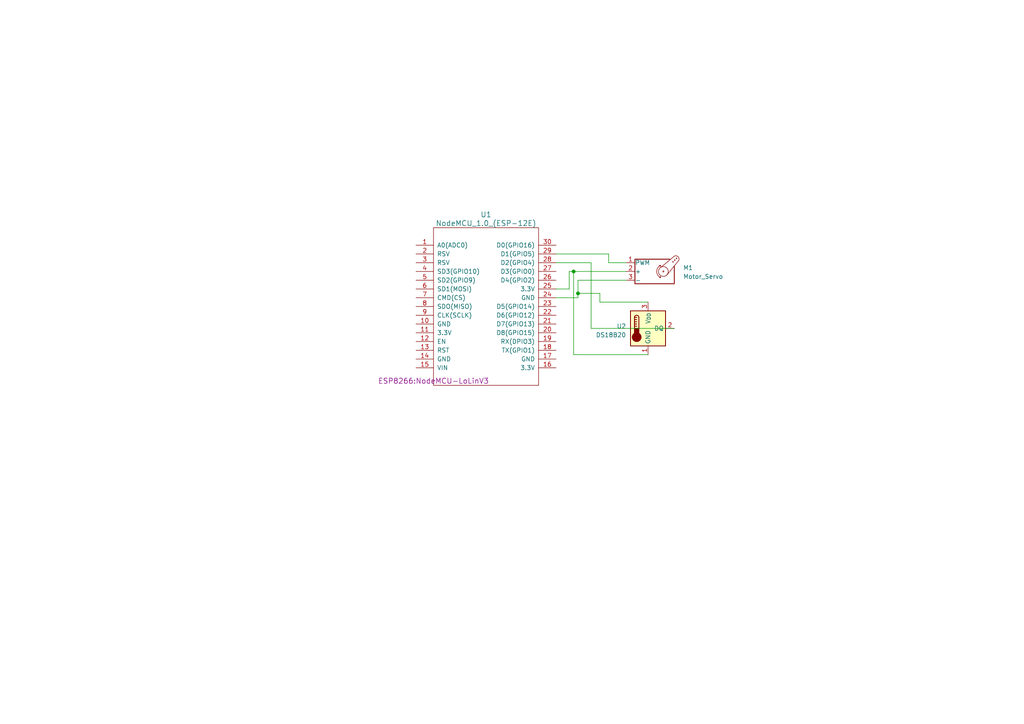
<source format=kicad_sch>
(kicad_sch (version 20230121) (generator eeschema)
  (paper "A4")
  (lib_symbols
    (symbol "ESP8266:NodeMCU_1.0_(ESP-12E)" (pin_names (offset 1.016))
      (property "Reference" "U" (at 0 21.59 0))
      (property "Value" "NodeMCU_1.0_(ESP-12E)" (at 0 -21.59 0))
      (symbol "NodeMCU_1.0_(ESP-12E)_0_1"
        (rectangle (start -15.24 -22.86) (end 15.24 22.86))
      )
      (symbol "NodeMCU_1.0_(ESP-12E)_1_1"
        (pin input line (at -20.32 17.78 0) (length 5.08) (name "A0(ADC0)") (number "1"))
        (pin input line (at -20.32 -5.08 0) (length 5.08) (name "GND") (number "10"))
        (pin power_out line (at -20.32 -7.62 0) (length 5.08) (name "3.3V") (number "11"))
        (pin input line (at -20.32 -10.16 0) (length 5.08) (name "EN") (number "12"))
        (pin input line (at -20.32 -12.7 0) (length 5.08) (name "RST") (number "13"))
        (pin power_in line (at -20.32 -15.24 0) (length 5.08) (name "GND") (number "14"))
        (pin power_in line (at -20.32 -17.78 0) (length 5.08) (name "VIN") (number "15"))
        (pin power_out line (at 20.32 -17.78 180) (length 5.08) (name "3.3V") (number "16"))
        (pin power_in line (at 20.32 -15.24 180) (length 5.08) (name "GND") (number "17"))
        (pin bidirectional line (at 20.32 -12.7 180) (length 5.08) (name "TX(GPIO1)") (number "18"))
        (pin bidirectional line (at 20.32 -10.16 180) (length 5.08) (name "RX(DPIO3)") (number "19"))
        (pin input line (at -20.32 15.24 0) (length 5.08) (name "RSV") (number "2"))
        (pin bidirectional line (at 20.32 -7.62 180) (length 5.08) (name "D8(GPIO15)") (number "20"))
        (pin bidirectional line (at 20.32 -5.08 180) (length 5.08) (name "D7(GPIO13)") (number "21"))
        (pin bidirectional line (at 20.32 -2.54 180) (length 5.08) (name "D6(GPIO12)") (number "22"))
        (pin bidirectional line (at 20.32 0 180) (length 5.08) (name "D5(GPIO14)") (number "23"))
        (pin power_in line (at 20.32 2.54 180) (length 5.08) (name "GND") (number "24"))
        (pin power_out line (at 20.32 5.08 180) (length 5.08) (name "3.3V") (number "25"))
        (pin bidirectional line (at 20.32 7.62 180) (length 5.08) (name "D4(GPIO2)") (number "26"))
        (pin bidirectional line (at 20.32 10.16 180) (length 5.08) (name "D3(GPIO0)") (number "27"))
        (pin bidirectional line (at 20.32 12.7 180) (length 5.08) (name "D2(GPIO4)") (number "28"))
        (pin bidirectional line (at 20.32 15.24 180) (length 5.08) (name "D1(GPIO5)") (number "29"))
        (pin input line (at -20.32 12.7 0) (length 5.08) (name "RSV") (number "3"))
        (pin bidirectional line (at 20.32 17.78 180) (length 5.08) (name "D0(GPIO16)") (number "30"))
        (pin bidirectional line (at -20.32 10.16 0) (length 5.08) (name "SD3(GPIO10)") (number "4"))
        (pin bidirectional line (at -20.32 7.62 0) (length 5.08) (name "SD2(GPIO9)") (number "5"))
        (pin bidirectional line (at -20.32 5.08 0) (length 5.08) (name "SD1(MOSI)") (number "6"))
        (pin bidirectional line (at -20.32 2.54 0) (length 5.08) (name "CMD(CS)") (number "7"))
        (pin bidirectional line (at -20.32 0 0) (length 5.08) (name "SDO(MISO)") (number "8"))
        (pin bidirectional line (at -20.32 -2.54 0) (length 5.08) (name "CLK(SCLK)") (number "9"))
      )
    )
    (symbol "Motor:Motor_Servo" (pin_names (offset 0.0254))
      (property "Reference" "M" (at -5.08 4.445 0))
      (property "Value" "Motor_Servo" (at -5.08 -4.064 0))
      (symbol "Motor_Servo_0_1"
        (polyline (pts (xy 2.413 -1.778) (xy 2.032 -1.778)))
        (polyline (pts (xy 2.413 -1.778) (xy 2.286 -1.397)))
        (polyline (pts (xy 2.413 1.778) (xy 1.905 1.778)))
        (polyline (pts (xy 2.413 1.778) (xy 2.286 1.397)))
        (polyline (pts (xy 6.35 4.445) (xy 2.54 1.27)))
        (polyline (pts (xy 7.62 3.175) (xy 4.191 -1.016)))
        (polyline (pts (xy 5.08 3.556) (xy -5.08 3.556) (xy -5.08 -3.556) (xy 6.35 -3.556) (xy 6.35 1.524)) (stroke (width 0.254)))
        (arc (start 2.413 1.778) (mid 1.2406 0) (end 2.413 -1.778))
        (circle (center 3.175 0) (radius 0.1778))
        (circle (center 3.175 0) (radius 1.4224))
        (circle (center 5.969 2.794) (radius 0.127))
        (circle (center 6.477 3.302) (radius 0.127))
        (circle (center 6.985 3.81) (radius 0.127))
        (arc (start 7.62 3.175) (mid 7.4485 4.2735) (end 6.35 4.445))
      )
      (symbol "Motor_Servo_1_1"
        (pin passive line (at -7.62 2.54 0) (length 2.54) (name "PWM") (number "1"))
        (pin passive line (at -7.62 0 0) (length 2.54) (name "+") (number "2"))
        (pin passive line (at -7.62 -2.54 0) (length 2.54) (name "-") (number "3"))
      )
    )
    (symbol "Sensor_Temperature:DS18B20"
      (property "Reference" "U" (at -3.81 6.35 0))
      (property "Value" "DS18B20" (at 6.35 6.35 0))
      (symbol "DS18B20_0_1"
        (rectangle (start -5.08 5.08) (end 5.08 -5.08) (stroke (width 0.254)) (fill (type background)))
        (circle (center -3.302 -2.54) (radius 1.27) (stroke (width 0.254)) (fill (type outline)))
        (rectangle (start -2.667 -1.905) (end -3.937 0) (stroke (width 0.254)) (fill (type outline)))
        (arc (start -2.667 3.175) (mid -3.302 3.8073) (end -3.937 3.175) (stroke (width 0.254)))
        (polyline (pts (xy -3.937 0.635) (xy -3.302 0.635)) (stroke (width 0.254)))
        (polyline (pts (xy -3.937 1.27) (xy -3.302 1.27)) (stroke (width 0.254)))
        (polyline (pts (xy -3.937 1.905) (xy -3.302 1.905)) (stroke (width 0.254)))
        (polyline (pts (xy -3.937 2.54) (xy -3.302 2.54)) (stroke (width 0.254)))
        (polyline (pts (xy -3.937 3.175) (xy -3.937 0)) (stroke (width 0.254)))
        (polyline (pts (xy -3.937 3.175) (xy -3.302 3.175)) (stroke (width 0.254)))
        (polyline (pts (xy -2.667 3.175) (xy -2.667 0)) (stroke (width 0.254)))
      )
      (symbol "DS18B20_1_1"
        (pin power_in line (at 0 -7.62 90) (length 2.54) (name "GND") (number "1"))
        (pin bidirectional line (at 7.62 0 180) (length 2.54) (name "DQ") (number "2"))
        (pin power_in line (at 0 7.62 270) (length 2.54) (name "V_{DD}") (number "3"))
      )
    )
  )
  (junction (at 167.64 85.09))
  (junction (at 166.37 78.74))
  (wire (pts (xy 166.37 78.74) (xy 165.1 78.74)))
  (wire (pts (xy 176.53 76.2) (xy 181.61 76.2)))
  (wire (pts (xy 166.37 102.87) (xy 166.37 78.74)))
  (wire (pts (xy 171.45 95.25) (xy 171.45 76.2)))
  (wire (pts (xy 176.53 73.66) (xy 176.53 76.2)))
  (wire (pts (xy 167.64 81.28) (xy 167.64 85.09)))
  (wire (pts (xy 195.58 95.25) (xy 171.45 95.25)))
  (wire (pts (xy 167.64 86.36) (xy 161.29 86.36)))
  (wire (pts (xy 181.61 78.74) (xy 166.37 78.74)))
  (wire (pts (xy 173.99 85.09) (xy 167.64 85.09)))
  (wire (pts (xy 187.96 102.87) (xy 166.37 102.87)))
  (wire (pts (xy 165.1 83.82) (xy 161.29 83.82)))
  (wire (pts (xy 167.64 85.09) (xy 167.64 86.36)))
  (wire (pts (xy 181.61 81.28) (xy 167.64 81.28)))
  (wire (pts (xy 165.1 78.74) (xy 165.1 83.82)))
  (wire (pts (xy 173.99 87.63) (xy 173.99 85.09)))
  (wire (pts (xy 187.96 87.63) (xy 173.99 87.63)))
  (wire (pts (xy 161.29 73.66) (xy 176.53 73.66)))
  (wire (pts (xy 171.45 76.2) (xy 161.29 76.2)))
  (symbol (lib_id "Sensor_Temperature:DS18B20") (at 187.96 95.25 0) (unit 1)
    (property "Reference" "U2" (at 181.61 94.615 0) (effects (justify right)))
    (property "Value" "DS18B20" (at 181.61 97.155 0) (effects (justify right)))
    (property "Footprint" "Package_TO_SOT_THT:TO-92_Inline" (effects hide))
    (property "Datasheet" "http://datasheets.maximintegrated.com/en/ds/DS18B20.pdf" (effects hide))
  )
  (symbol (lib_id "ESP8266:NodeMCU_1.0_(ESP-12E)") (at 140.97 88.9 0) (unit 1)
    (property "Reference" "U1" (at 140.97 62.23 0) (effects (font (size 1.524 1.524))))
    (property "Value" "NodeMCU_1.0_(ESP-12E)" (at 140.97 64.77 0) (effects (font (size 1.524 1.524))))
    (property "Footprint" "ESP8266:NodeMCU-LoLinV3" (at 125.73 110.49 0) (effects (font (size 1.524 1.524))))
  )
  (symbol (lib_id "Motor:Motor_Servo") (at 189.23 78.74 0) (unit 1)
    (property "Reference" "M1" (at 198.12 77.6716 0) (effects (justify left)))
    (property "Value" "Motor_Servo" (at 198.12 80.2116 0) (effects (justify left)))
    (property "Footprint" "Connector_PinHeader_1.27mm:PinHeader_1x03_P1.27mm_Vertical" (effects hide))
    (property "Datasheet" "http://forums.parallax.com/uploads/attachments/46831/74481.png" (effects hide))
  )
)
</source>
